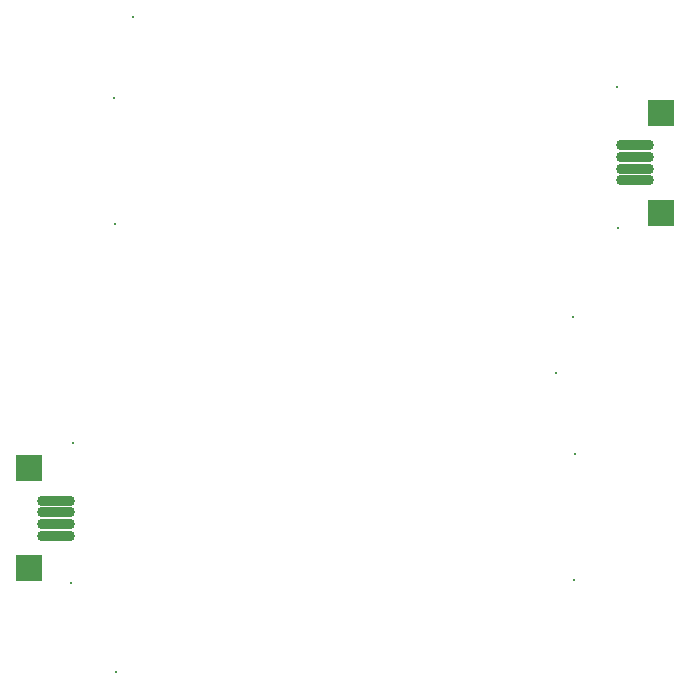
<source format=gbs>
G04 Layer_Color=16711935*
%FSLAX44Y44*%
%MOMM*%
G71*
G01*
G75*
%ADD55C,0.2032*%
%ADD56O,3.2032X0.9032*%
%ADD57R,2.2032X2.2032*%
D55*
X211836Y23862D02*
D03*
X584336Y277362D02*
D03*
X174836Y218112D02*
D03*
X173586Y99112D02*
D03*
X600086Y209112D02*
D03*
X599086Y102112D02*
D03*
X225758Y578324D02*
D03*
X598259Y324823D02*
D03*
X210009Y510074D02*
D03*
X211008Y403074D02*
D03*
X636508Y400323D02*
D03*
X635508Y519324D02*
D03*
D56*
X160836Y169362D02*
D03*
Y149362D02*
D03*
Y139362D02*
D03*
Y159362D02*
D03*
X650759Y440324D02*
D03*
X650759Y460323D02*
D03*
X650759Y470324D02*
D03*
X650759Y450324D02*
D03*
D57*
X138336Y196862D02*
D03*
Y111862D02*
D03*
X673259Y412824D02*
D03*
Y497824D02*
D03*
M02*

</source>
